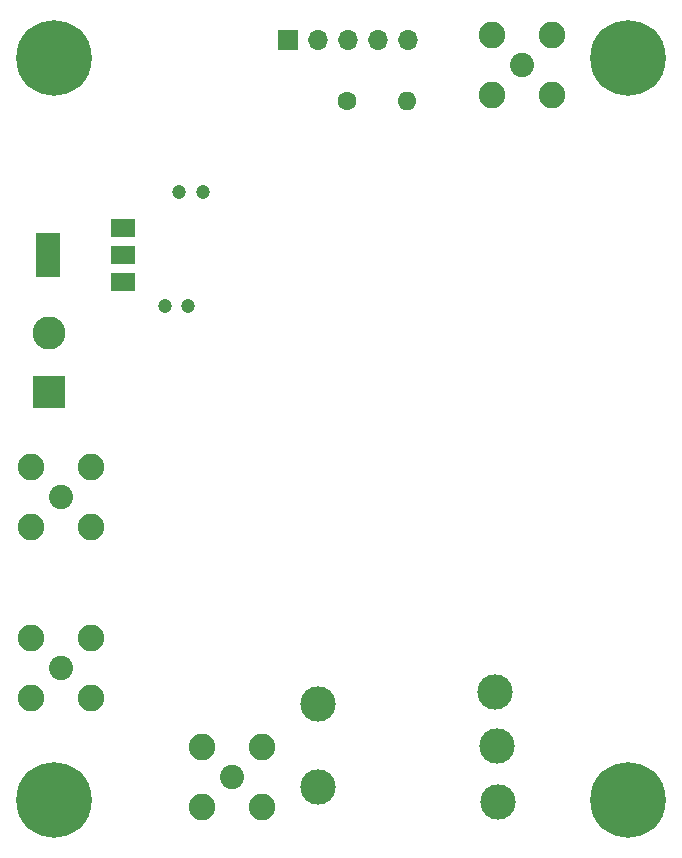
<source format=gbr>
%TF.GenerationSoftware,KiCad,Pcbnew,(6.0.9)*%
%TF.CreationDate,2023-01-25T17:31:36+01:00*%
%TF.ProjectId,sdrt41-tx,73647274-3431-42d7-9478-2e6b69636164,rev?*%
%TF.SameCoordinates,Original*%
%TF.FileFunction,Soldermask,Bot*%
%TF.FilePolarity,Negative*%
%FSLAX46Y46*%
G04 Gerber Fmt 4.6, Leading zero omitted, Abs format (unit mm)*
G04 Created by KiCad (PCBNEW (6.0.9)) date 2023-01-25 17:31:36*
%MOMM*%
%LPD*%
G01*
G04 APERTURE LIST*
%ADD10R,2.800000X2.800000*%
%ADD11C,2.800000*%
%ADD12C,1.200000*%
%ADD13C,6.400000*%
%ADD14C,0.800000*%
%ADD15C,2.050000*%
%ADD16C,2.250000*%
%ADD17R,1.700000X1.700000*%
%ADD18O,1.700000X1.700000*%
%ADD19C,1.600000*%
%ADD20O,1.600000X1.600000*%
%ADD21C,3.000000*%
%ADD22R,2.000000X1.500000*%
%ADD23R,2.000000X3.800000*%
G04 APERTURE END LIST*
D10*
%TO.C,J6*%
X83190400Y-81849600D03*
D11*
X83190400Y-76849600D03*
%TD*%
D12*
%TO.C,C33*%
X92980000Y-74574400D03*
X94980000Y-74574400D03*
%TD*%
D13*
%TO.C,H1*%
X83600000Y-116350000D03*
D14*
X81902944Y-114652944D03*
X83600000Y-118750000D03*
X81200000Y-116350000D03*
X86000000Y-116350000D03*
X83600000Y-113950000D03*
X85297056Y-118047056D03*
X85297056Y-114652944D03*
X81902944Y-118047056D03*
%TD*%
%TO.C,H4*%
X81902944Y-51877944D03*
X83600000Y-51175000D03*
X85297056Y-51877944D03*
X83600000Y-55975000D03*
X81200000Y-53575000D03*
X81902944Y-55272056D03*
X86000000Y-53575000D03*
X85297056Y-55272056D03*
D13*
X83600000Y-53575000D03*
%TD*%
D15*
%TO.C,J1*%
X84226400Y-90728800D03*
D16*
X81686400Y-88188800D03*
X86766400Y-93268800D03*
X81686400Y-93268800D03*
X86766400Y-88188800D03*
%TD*%
D17*
%TO.C,J3*%
X103425000Y-52050000D03*
D18*
X105965000Y-52050000D03*
X108505000Y-52050000D03*
X111045000Y-52050000D03*
X113585000Y-52050000D03*
%TD*%
D15*
%TO.C,J4*%
X98700000Y-114400000D03*
D16*
X101240000Y-116940000D03*
X96160000Y-116940000D03*
X96160000Y-111860000D03*
X101240000Y-111860000D03*
%TD*%
D15*
%TO.C,J2*%
X84175600Y-105206800D03*
D16*
X81635600Y-102666800D03*
X86715600Y-107746800D03*
X81635600Y-107746800D03*
X86715600Y-102666800D03*
%TD*%
D19*
%TO.C,L1*%
X108395000Y-57200000D03*
D20*
X113475000Y-57200000D03*
%TD*%
D13*
%TO.C,H2*%
X132200000Y-53575000D03*
D14*
X129800000Y-53575000D03*
X130502944Y-55272056D03*
X132200000Y-51175000D03*
X130502944Y-51877944D03*
X132200000Y-55975000D03*
X134600000Y-53575000D03*
X133897056Y-55272056D03*
X133897056Y-51877944D03*
%TD*%
%TO.C,H3*%
X132200000Y-118750000D03*
X129800000Y-116350000D03*
X132200000Y-113950000D03*
X133897056Y-114652944D03*
D13*
X132200000Y-116350000D03*
D14*
X134600000Y-116350000D03*
X133897056Y-118047056D03*
X130502944Y-118047056D03*
X130502944Y-114652944D03*
%TD*%
D15*
%TO.C,J5*%
X123190000Y-54102000D03*
D16*
X125730000Y-56642000D03*
X120650000Y-51562000D03*
X120650000Y-56642000D03*
X125730000Y-51562000D03*
%TD*%
D21*
%TO.C,T1*%
X105947500Y-108250000D03*
X105947500Y-115250000D03*
X121227500Y-116540000D03*
X121107500Y-111810000D03*
X120917500Y-107210000D03*
%TD*%
D12*
%TO.C,C1*%
X94200000Y-64900000D03*
X96200000Y-64900000D03*
%TD*%
D22*
%TO.C,U6*%
X89408400Y-67905600D03*
D23*
X83108400Y-70205600D03*
D22*
X89408400Y-70205600D03*
X89408400Y-72505600D03*
%TD*%
M02*

</source>
